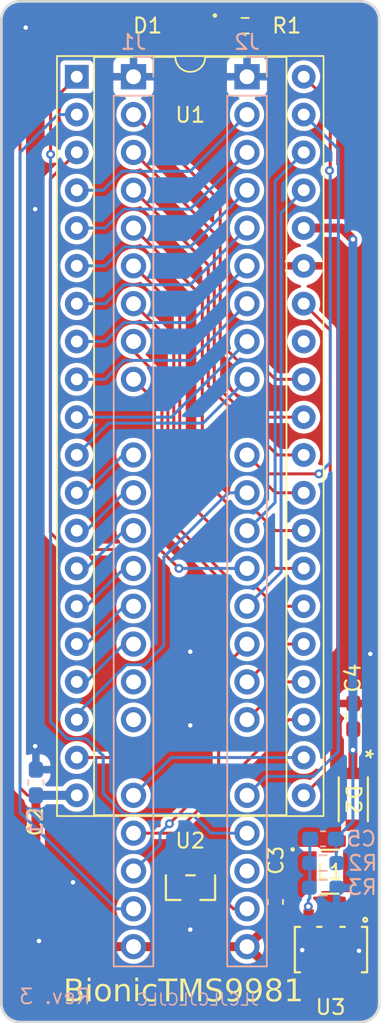
<source format=kicad_pcb>
(kicad_pcb (version 20240108) (generator "pcbnew") (generator_version "8.0")
  (title_block (title "BionicTMS9981") (date "2025-03-02") (rev "4") (company "Tadashi G. Takaoka"))
  (layers (0 "F.Cu" mixed) (31 "B.Cu" mixed) (34 "B.Paste" user) (35 "F.Paste" user) (36 "B.SilkS" user "B.Silkscreen") (37 "F.SilkS" user "F.Silkscreen") (38 "B.Mask" user) (39 "F.Mask" user) (44 "Edge.Cuts" user))
  (net 0 "")
  (net 1 "VCC")
  (net 2 "GND")
  (net 3 "/P53")
  (net 4 "/P26")
  (net 5 "/P27")
  (net 6 "/P47")
  (net 7 "/P46")
  (net 8 "/P25")
  (net 9 "/P24")
  (net 10 "/P23")
  (net 11 "/P22")
  (net 12 "/P21")
  (net 13 "/P20")
  (net 14 "/P34")
  (net 15 "/P35")
  (net 16 "/P17")
  (net 17 "/P16")
  (net 18 "/P15")
  (net 19 "/P40")
  (net 20 "/P14")
  (net 21 "/P13")
  (net 22 "/P42")
  (net 23 "/P12")
  (net 24 "/P11")
  (net 25 "/P10")
  (net 26 "/P33")
  (net 27 "/P32")
  (net 28 "/P31")
  (net 29 "/P30")
  (net 30 "/P51")
  (net 31 "/P55")
  (net 32 "/P43")
  (net 33 "/P50")
  (net 34 "/P52")
  (net 36 "Net-(D1-K)")
  (net 38 "/P44")
  (net 39 "/P41")
  (net 40 "/P54")
  (net 42 "/P45")
  (net 43 "Net-(J2-P57)")
  (net 45 "/dcdc+12v/+12V")
  (net 46 "Net-(U3-IN-)")
  (net 47 "Net-(D2-A)")
  (footprint "murata:IND_DFE322512F_MUR-M" (layer "F.Cu") (at 123.0726 128.4708)
    (property "Reference" "L1" (at 0 0 0) (layer "F.SilkS"))
    (property "Value" "10uH/3A")
    (fp_line (start -0.572151 1.4732) (end 0.572151 1.4732) (stroke (width 0.1524)) (layer "F.SilkS"))
    (fp_line (start 0.572151 -1.4732) (end -0.572151 -1.4732) (stroke (width 0.1524)) (layer "F.SilkS"))
    (fp_circle (center -2.5 -1.5) (end -2.4238 -1.5) (stroke (width 0.1524)) (fill none) (layer "F.SilkS"))
    (pad "1" smd rect (at -1.5748 0) (size 1.3716 2.7432) (layers "F.Cu" "F.Paste" "F.Mask") (net 1 "VCC"))
    (pad "2" smd rect (at 1.5748 0) (size 1.3716 2.7432) (layers "F.Cu" "F.Paste" "F.Mask") (net 47 "Net-(D2-A)"))
    (zone (net 0) (net_name "") (layer "F.Cu") (connect_pads (clearance 0)) (min_thickness 0.254)
      (keepout (tracks not_allowed) (vias not_allowed) (pads allowed) (copperpour not_allowed) (footprints allowed))
      (fill (thermal_gap 0.508) (thermal_bridge_width 0.508))
      (polygon (pts (xy 122.2344 127.1754) (xy 123.9108 127.1754) (xy 123.9108 129.7662) (xy 122.2344 129.7662)))
    )
  )
  (footprint "Resistor_SMD:R_0603_1608Metric_Pad0.98x0.95mm_HandSolder" (layer "F.Cu") (at 117.383 71.651)
    (property "Reference" "R1" (at 2.794 0 0) (layer "F.SilkS"))
    (property "Value" "1.6k")
    (fp_line (start -0.254724 -0.5225) (end 0.254724 -0.5225) (stroke (width 0.12)) (layer "F.SilkS"))
    (fp_line (start -0.254724 0.5225) (end 0.254724 0.5225) (stroke (width 0.12)) (layer "F.SilkS"))
    (pad "1" smd roundrect (at -0.9125 0) (size 0.975 0.95) (layers "F.Cu" "F.Paste" "F.Mask") (net 36 "Net-(D1-K)"))
    (pad "2" smd roundrect (at 0.9125 0) (size 0.975 0.95) (layers "F.Cu" "F.Paste" "F.Mask") (net 2 "GND"))
  )
  (footprint "rhom:LED_CSL1901UW1_ROM-M" (layer "F.Cu") (at 113.7 71.651 180)
    (property "Reference" "D1" (at 2.8702 0 0) (layer "F.SilkS"))
    (property "Value" "CSL1901UW1")
    (fp_circle (center -1.651 0.6858) (end -1.5748 0.6858) (stroke (width 0.1524)) (fill none) (layer "F.SilkS"))
    (pad "1" smd rect (at -0.8763 0 180) (size 0.9652 0.762) (layers "F.Cu" "F.Paste" "F.Mask") (net 36 "Net-(D1-K)"))
    (pad "2" smd rect (at 0.8763 0 180) (size 0.9652 0.762) (layers "F.Cu" "F.Paste" "F.Mask") (net 1 "VCC"))
    (zone (net 0) (net_name "") (layer "F.Cu") (connect_pads (clearance 0)) (min_thickness 0.254)
      (keepout (tracks not_allowed) (vias not_allowed) (pads allowed) (copperpour not_allowed) (footprints allowed))
      (fill (thermal_gap 0.508) (thermal_bridge_width 0.508))
      (polygon (pts (xy 114.0429 72.0066) (xy 113.3571 72.0066) (xy 113.3571 71.2954) (xy 114.0429 71.2954)))
    )
  )
  (footprint "nisshinbo:SOT-89-5_NMD-M" (layer "F.Cu") (at 123.1474 133.6982 180)
    (property "Reference" "U3" (at 0.0268 -3.8658 0) (layer "F.SilkS"))
    (property "Value" "NJW4132")
    (fp_line (start 2.4257 1.524) (end 2.4257 -1.524) (stroke (width 0.1524)) (layer "F.SilkS"))
    (fp_line (start 2.4257 -1.524) (end 2.07404 -1.524) (stroke (width 0.1524)) (layer "F.SilkS"))
    (fp_line (start 2.07404 1.524) (end 2.4257 1.524) (stroke (width 0.1524)) (layer "F.SilkS"))
    (fp_line (start 0.635665 1.524) (end 0.92596 1.524) (stroke (width 0.1524)) (layer "F.SilkS"))
    (fp_line (start -0.92596 1.524) (end -0.635665 1.524) (stroke (width 0.1524)) (layer "F.SilkS"))
    (fp_line (start -2.07404 -1.524) (end -2.4257 -1.524) (stroke (width 0.1524)) (layer "F.SilkS"))
    (fp_line (start -2.4257 1.524) (end -2.07404 1.524) (stroke (width 0.1524)) (layer "F.SilkS"))
    (fp_line (start -2.4257 -1.524) (end -2.4257 1.524) (stroke (width 0.1524)) (layer "F.SilkS"))
    (fp_circle (center -2.3 2) (end -2.173 2) (stroke (width 0.1524)) (fill none) (layer "F.SilkS"))
    (pad "1" smd rect (at -1.5 1.9 180) (size 0.7 1.6) (layers "F.Cu" "F.Paste" "F.Mask") (net 47 "Net-(D2-A)"))
    (pad "2" smd custom (at 0 -0.05 180) (size 1 5.5) (layers "F.Cu" "F.Paste" "F.Mask") (net 2 "GND") (options (clearance outline) (anchor rect)) (primitives (gr_poly (pts (xy -0.5 -1.05) (xy 0.5 -1.05) (xy 1 -0.35) (xy 1 0.45) (xy 0.5 1.15) (xy -0.5 1.15) (xy -1 0.45) (xy -1 -0.35)) (width 0) (fill yes))))
    (pad "3" smd rect (at 1.5 1.9 180) (size 0.7 1.6) (layers "F.Cu" "F.Paste" "F.Mask") (net 46 "Net-(U3-IN-)"))
    (pad "4" smd rect (at 1.5 -1.95 180) (size 0.7 1.7) (layers "F.Cu" "F.Paste" "F.Mask") (net 1 "VCC"))
    (pad "5" smd rect (at -1.5 -1.95 180) (size 0.7 1.7) (layers "F.Cu" "F.Paste" "F.Mask") (net 1 "VCC"))
  )
  (footprint "microchip:SOT-23_MC_MCH-M" (layer "F.Cu") (at 113.715199 129.5368 180)
    (property "Reference" "U2" (at 0.015199 3.1488 0) (layer "F.SilkS"))
    (property "Value" "11AA010-I/TT")
    (fp_line (start 1.652 0.827) (end 1.652 -0.827) (stroke (width 0.1524)) (layer "F.SilkS"))
    (fp_line (start 1.652 -0.827) (end 0.66294 -0.827) (stroke (width 0.1524)) (layer "F.SilkS"))
    (fp_line (start -0.287061 0.827) (end 0.287061 0.827) (stroke (width 0.1524)) (layer "F.SilkS"))
    (fp_line (start -0.66294 -0.827) (end -1.652 -0.827) (stroke (width 0.1524)) (layer "F.SilkS"))
    (fp_line (start -1.652 -0.827) (end -1.652 0.827) (stroke (width 0.1524)) (layer "F.SilkS"))
    (pad "1" smd rect (at -0.950001 1.066 180) (size 0.6604 1.6256) (layers "F.Cu" "F.Paste" "F.Mask") (net 43 "Net-(J2-P57)"))
    (pad "2" smd rect (at 0.950001 1.066 180) (size 0.6604 1.6256) (layers "F.Cu" "F.Paste" "F.Mask") (net 1 "VCC"))
    (pad "3" smd rect (at 0 -1.066 180) (size 0.6604 1.6256) (layers "F.Cu" "F.Paste" "F.Mask") (net 2 "GND"))
  )
  (footprint "bionic:DIP-40_W15.24mm_Socket" (layer "F.Cu") (at 106.08 75.08)
    (property "Reference" "U1" (at 7.62 2.5654 0) (layer "F.SilkS"))
    (property "Value" "TMS9981")
    (fp_line (start -1.33 -1.39) (end -1.33 49.65) (stroke (width 0.12)) (layer "F.SilkS"))
    (fp_line (start -1.33 49.65) (end 16.57 49.65) (stroke (width 0.12)) (layer "F.SilkS"))
    (fp_line (start 1.16 -1.33) (end 1.16 49.59) (stroke (width 0.12)) (layer "F.SilkS"))
    (fp_line (start 1.16 49.59) (end 14.08 49.59) (stroke (width 0.12)) (layer "F.SilkS"))
    (fp_line (start 6.62 -1.33) (end 1.16 -1.33) (stroke (width 0.12)) (layer "F.SilkS"))
    (fp_line (start 14.08 -1.33) (end 8.62 -1.33) (stroke (width 0.12)) (layer "F.SilkS"))
    (fp_line (start 14.08 49.59) (end 14.08 -1.33) (stroke (width 0.12)) (layer "F.SilkS"))
    (fp_line (start 16.57 -1.39) (end -1.33 -1.39) (stroke (width 0.12)) (layer "F.SilkS"))
    (fp_line (start 16.57 49.65) (end 16.57 -1.39) (stroke (width 0.12)) (layer "F.SilkS"))
    (fp_arc (start 8.62 -1.33) (mid 7.62 -0.33) (end 6.62 -1.33) (stroke (width 0.12)) (layer "F.SilkS"))
    (pad "1" thru_hole rect (at 0 0) (size 1.6 1.6) (drill 0.8) (layers "*.Cu" "*.Mask") (net 31 "/P55"))
    (pad "2" thru_hole oval (at 0 2.54) (size 1.6 1.6) (drill 0.8) (layers "*.Cu" "*.Mask") (net 3 "/P53"))
    (pad "3" thru_hole oval (at 0 5.08) (size 1.6 1.6) (drill 0.8) (layers "*.Cu" "*.Mask") (net 32 "/P43"))
    (pad "4" thru_hole oval (at 0 7.62) (size 1.6 1.6) (drill 0.8) (layers "*.Cu" "*.Mask") (net 13 "/P20"))
    (pad "5" thru_hole oval (at 0 10.16) (size 1.6 1.6) (drill 0.8) (layers "*.Cu" "*.Mask") (net 12 "/P21"))
    (pad "6" thru_hole oval (at 0 12.7) (size 1.6 1.6) (drill 0.8) (layers "*.Cu" "*.Mask") (net 11 "/P22"))
    (pad "7" thru_hole oval (at 0 15.24) (size 1.6 1.6) (drill 0.8) (layers "*.Cu" "*.Mask") (net 10 "/P23"))
    (pad "8" thru_hole oval (at 0 17.78) (size 1.6 1.6) (drill 0.8) (layers "*.Cu" "*.Mask") (net 9 "/P24"))
    (pad "9" thru_hole oval (at 0 20.32) (size 1.6 1.6) (drill 0.8) (layers "*.Cu" "*.Mask") (net 8 "/P25"))
    (pad "10" thru_hole oval (at 0 22.86) (size 1.6 1.6) (drill 0.8) (layers "*.Cu" "*.Mask") (net 4 "/P26"))
    (pad "11" thru_hole oval (at 0 25.4) (size 1.6 1.6) (drill 0.8) (layers "*.Cu" "*.Mask") (net 5 "/P27"))
    (pad "12" thru_hole oval (at 0 27.94) (size 1.6 1.6) (drill 0.8) (layers "*.Cu" "*.Mask") (net 29 "/P30"))
    (pad "13" thru_hole oval (at 0 30.48) (size 1.6 1.6) (drill 0.8) (layers "*.Cu" "*.Mask") (net 28 "/P31"))
    (pad "14" thru_hole oval (at 0 33.02) (size 1.6 1.6) (drill 0.8) (layers "*.Cu" "*.Mask") (net 27 "/P32"))
    (pad "15" thru_hole oval (at 0 35.56) (size 1.6 1.6) (drill 0.8) (layers "*.Cu" "*.Mask") (net 26 "/P33"))
    (pad "16" thru_hole oval (at 0 38.1) (size 1.6 1.6) (drill 0.8) (layers "*.Cu" "*.Mask") (net 14 "/P34"))
    (pad "17" thru_hole oval (at 0 40.64) (size 1.6 1.6) (drill 0.8) (layers "*.Cu" "*.Mask") (net 15 "/P35"))
    (pad "18" thru_hole oval (at 0 43.18) (size 1.6 1.6) (drill 0.8) (layers "*.Cu" "*.Mask") (net 39 "/P41"))
    (pad "19" thru_hole oval (at 0 45.72) (size 1.6 1.6) (drill 0.8) (layers "*.Cu" "*.Mask") (net 42 "/P45"))
    (pad "20" thru_hole oval (at 0 48.26) (size 1.6 1.6) (drill 0.8) (layers "*.Cu" "*.Mask") (net 1 "VCC"))
    (pad "21" thru_hole oval (at 15.24 48.26) (size 1.6 1.6) (drill 0.8) (layers "*.Cu" "*.Mask") (net 6 "/P47"))
    (pad "22" thru_hole oval (at 15.24 45.72) (size 1.6 1.6) (drill 0.8) (layers "*.Cu" "*.Mask") (net 33 "/P50"))
    (pad "23" thru_hole oval (at 15.24 43.18) (size 1.6 1.6) (drill 0.8) (layers "*.Cu" "*.Mask") (net 30 "/P51"))
    (pad "24" thru_hole oval (at 15.24 40.64) (size 1.6 1.6) (drill 0.8) (layers "*.Cu" "*.Mask") (net 34 "/P52"))
    (pad "25" thru_hole oval (at 15.24 38.1) (size 1.6 1.6) (drill 0.8) (layers "*.Cu" "*.Mask") (net 16 "/P17"))
    (pad "26" thru_hole oval (at 15.24 35.56) (size 1.6 1.6) (drill 0.8) (layers "*.Cu" "*.Mask") (net 17 "/P16"))
    (pad "27" thru_hole oval (at 15.24 33.02) (size 1.6 1.6) (drill 0.8) (layers "*.Cu" "*.Mask") (net 18 "/P15"))
    (pad "28" thru_hole oval (at 15.24 30.48) (size 1.6 1.6) (drill 0.8) (layers "*.Cu" "*.Mask") (net 20 "/P14"))
    (pad "29" thru_hole oval (at 15.24 27.94) (size 1.6 1.6) (drill 0.8) (layers "*.Cu" "*.Mask") (net 21 "/P13"))
    (pad "30" thru_hole oval (at 15.24 25.4) (size 1.6 1.6) (drill 0.8) (layers "*.Cu" "*.Mask") (net 23 "/P12"))
    (pad "31" thru_hole oval (at 15.24 22.86) (size 1.6 1.6) (drill 0.8) (layers "*.Cu" "*.Mask") (net 24 "/P11"))
    (pad "32" thru_hole oval (at 15.24 20.32) (size 1.6 1.6) (drill 0.8) (layers "*.Cu" "*.Mask") (net 25 "/P10"))
    (pad "33" thru_hole oval (at 15.24 17.78) (size 1.6 1.6) (drill 0.8) (layers "*.Cu" "*.Mask"))
    (pad "34" thru_hole oval (at 15.24 15.24) (size 1.6 1.6) (drill 0.8) (layers "*.Cu" "*.Mask") (net 7 "/P46"))
    (pad "35" thru_hole oval (at 15.24 12.7) (size 1.6 1.6) (drill 0.8) (layers "*.Cu" "*.Mask") (net 2 "GND"))
    (pad "36" thru_hole oval (at 15.24 10.16) (size 1.6 1.6) (drill 0.8) (layers "*.Cu" "*.Mask") (net 45 "/dcdc+12v/+12V"))
    (pad "37" thru_hole oval (at 15.24 7.62) (size 1.6 1.6) (drill 0.8) (layers "*.Cu" "*.Mask") (net 38 "/P44"))
    (pad "38" thru_hole oval (at 15.24 5.08) (size 1.6 1.6) (drill 0.8) (layers "*.Cu" "*.Mask") (net 22 "/P42"))
    (pad "39" thru_hole oval (at 15.24 2.54) (size 1.6 1.6) (drill 0.8) (layers "*.Cu" "*.Mask") (net 40 "/P54"))
    (pad "40" thru_hole oval (at 15.24 0) (size 1.6 1.6) (drill 0.8) (layers "*.Cu" "*.Mask") (net 19 "/P40"))
  )
  (footprint "Capacitor_SMD:C_0603_1608Metric_Pad1.08x0.95mm_HandSolder" (layer "F.Cu") (at 119.415 130.5017 90)
    (property "Reference" "C3" (at 2.7929 0.0254 90) (layer "F.SilkS"))
    (property "Value" "10uF/50V")
    (fp_line (start -0.146267 -0.51) (end 0.146267 -0.51) (stroke (width 0.12)) (layer "F.SilkS"))
    (fp_line (start -0.146267 0.51) (end 0.146267 0.51) (stroke (width 0.12)) (layer "F.SilkS"))
    (pad "1" smd roundrect (at -0.8625 0 90) (size 1.075 0.95) (layers "F.Cu" "F.Paste" "F.Mask") (net 1 "VCC"))
    (pad "2" smd roundrect (at 0.8625 0 90) (size 1.075 0.95) (layers "F.Cu" "F.Paste" "F.Mask") (net 2 "GND"))
  )
  (footprint "Capacitor_SMD:C_0603_1608Metric_Pad1.08x0.95mm_HandSolder" (layer "F.Cu") (at 103.3368 122.4764 90)
    (property "Reference" "C2" (at -2.6416 -0.0508 90) (layer "F.SilkS"))
    (property "Value" "0.1u")
    (fp_line (start -0.146267 -0.51) (end 0.146267 -0.51) (stroke (width 0.12)) (layer "F.SilkS"))
    (fp_line (start -0.146267 0.51) (end 0.146267 0.51) (stroke (width 0.12)) (layer "F.SilkS"))
    (pad "1" smd roundrect (at -0.8625 0 90) (size 1.075 0.95) (layers "F.Cu" "F.Paste" "F.Mask") (net 1 "VCC"))
    (pad "2" smd roundrect (at 0.8625 0 90) (size 1.075 0.95) (layers "F.Cu" "F.Paste" "F.Mask") (net 2 "GND"))
  )
  (footprint "murata:CR_60M-60_ROM-M" (layer "F.Cu") (at 124.6474 123.6067 -90)
    (property "Reference" "D2" (at 0 0 -90) (layer "F.SilkS"))
    (property "Value" "30V/1A")
    (fp_line (start -1.4732 0.9779) (end 1.4732 0.9779) (stroke (width 0.1524)) (layer "F.SilkS"))
    (fp_line (start 1.4732 -0.9779) (end -1.4732 -0.9779) (stroke (width 0.1524)) (layer "F.SilkS"))
    (fp_text user "*" (at -3.048 -0.762 -90) (layer "F.SilkS"))
    (pad "1" smd rect (at -1.7399 0 270) (size 0.762 1.0414) (layers "F.Cu" "F.Paste" "F.Mask") (net 45 "/dcdc+12v/+12V"))
    (pad "2" smd rect (at 1.7399 0 270) (size 0.762 1.0414) (layers "F.Cu" "F.Paste" "F.Mask") (net 47 "Net-(D2-A)"))
    (zone (net 0) (net_name "") (layer "F.Cu") (connect_pads (clearance 0)) (min_thickness 0.254)
      (keepout (tracks not_allowed) (vias not_allowed) (pads allowed) (copperpour not_allowed) (footprints allowed))
      (fill (thermal_gap 0.508) (thermal_bridge_width 0.508))
      (polygon (pts (xy 125.4475 122.2986) (xy 125.4475 124.9148) (xy 123.8473 124.9148) (xy 123.8473 122.2986)))
    )
  )
  (footprint "Capacitor_SMD:C_0603_1608Metric_Pad1.08x0.95mm_HandSolder" (layer "F.Cu") (at 124.6474 118.0325 90)
    (property "Reference" "C4" (at 2.5665 -0.0254 90) (layer "F.SilkS"))
    (property "Value" "22uF/16V")
    (fp_line (start -0.146267 -0.51) (end 0.146267 -0.51) (stroke (width 0.12)) (layer "F.SilkS"))
    (fp_line (start -0.146267 0.51) (end 0.146267 0.51) (stroke (width 0.12)) (layer "F.SilkS"))
    (pad "1" smd roundrect (at -0.8625 0 90) (size 1.075 0.95) (layers "F.Cu" "F.Paste" "F.Mask") (net 45 "/dcdc+12v/+12V"))
    (pad "2" smd roundrect (at 0.8625 0 90) (size 1.075 0.95) (layers "F.Cu" "F.Paste" "F.Mask") (net 2 "GND"))
  )
  (footprint "bionic:Bionic-P135_THT" (layer "B.Cu") (at 109.89 75.08 180)
    (property "Reference" "J1" (at 0 2.33 0) (layer "B.SilkS") (effects (justify mirror)))
    (property "Value" "Bionic-P135")
    (fp_line (start 1.33 -1.27) (end -1.33 -1.27) (stroke (width 0.12)) (layer "B.SilkS"))
    (fp_line (start 1.33 -59.75) (end 1.33 -1.27) (stroke (width 0.12)) (layer "B.SilkS"))
    (fp_line (start 1.33 -59.75) (end -1.33 -59.75) (stroke (width 0.12)) (layer "B.SilkS"))
    (fp_line (start 0 1.33) (end -1.33 1.33) (stroke (width 0.12)) (layer "B.SilkS"))
    (fp_line (start -1.33 1.33) (end -1.33 0) (stroke (width 0.12)) (layer "B.SilkS"))
    (fp_line (start -1.33 -59.75) (end -1.33 -1.27) (stroke (width 0.12)) (layer "B.SilkS"))
    (pad "1" thru_hole rect (at 0 0 180) (size 1.7 1.7) (drill 1) (layers "*.Cu" "*.Mask") (net 2 "GND"))
    (pad "2" thru_hole oval (at 0 -2.54 180) (size 1.7 1.7) (drill 1) (layers "*.Cu" "*.Mask") (net 25 "/P10"))
    (pad "3" thru_hole oval (at 0 -5.08 180) (size 1.7 1.7) (drill 1) (layers "*.Cu" "*.Mask") (net 24 "/P11"))
    (pad "4" thru_hole oval (at 0 -7.62 180) (size 1.7 1.7) (drill 1) (layers "*.Cu" "*.Mask") (net 23 "/P12"))
    (pad "5" thru_hole oval (at 0 -10.16 180) (size 1.7 1.7) (drill 1) (layers "*.Cu" "*.Mask") (net 21 "/P13"))
    (pad "6" thru_hole oval (at 0 -12.7 180) (size 1.7 1.7) (drill 1) (layers "*.Cu" "*.Mask") (net 20 "/P14"))
    (pad "7" thru_hole oval (at 0 -15.24 180) (size 1.7 1.7) (drill 1) (layers "*.Cu" "*.Mask") (net 18 "/P15"))
    (pad "8" thru_hole oval (at 0 -17.78 180) (size 1.7 1.7) (drill 1) (layers "*.Cu" "*.Mask") (net 17 "/P16"))
    (pad "9" thru_hole oval (at 0 -20.32 180) (size 1.7 1.7) (drill 1) (layers "*.Cu" "*.Mask") (net 16 "/P17"))
    (pad "11" thru_hole oval (at 0 -25.4 180) (size 1.7 1.7) (drill 1) (layers "*.Cu" "*.Mask") (net 29 "/P30"))
    (pad "12" thru_hole oval (at 0 -27.94 180) (size 1.7 1.7) (drill 1) (layers "*.Cu" "*.Mask") (net 28 "/P31"))
    (pad "13" thru_hole oval (at 0 -30.48 180) (size 1.7 1.7) (drill 1) (layers "*.Cu" "*.Mask") (net 27 "/P32"))
    (pad "14" thru_hole oval (at 0 -33.02 180) (size 1.7 1.7) (drill 1) (layers "*.Cu" "*.Mask") (net 26 "/P33"))
    (pad "15" thru_hole oval (at 0 -35.56 180) (size 1.7 1.7) (drill 1) (layers "*.Cu" "*.Mask") (net 14 "/P34"))
    (pad "16" thru_hole oval (at 0 -38.1 180) (size 1.7 1.7) (drill 1) (layers "*.Cu" "*.Mask") (net 15 "/P35"))
    (pad "17" thru_hole oval (at 0 -40.64 180) (size 1.7 1.7) (drill 1) (layers "*.Cu" "*.Mask"))
    (pad "18" thru_hole oval (at 0 -43.18 180) (size 1.7 1.7) (drill 1) (layers "*.Cu" "*.Mask"))
    (pad "20" thru_hole oval (at 0 -48.26 180) (size 1.7 1.7) (drill 1) (layers "*.Cu" "*.Mask") (net 33 "/P50"))
    (pad "21" thru_hole oval (at 0 -50.8 180) (size 1.7 1.7) (drill 1) (layers "*.Cu" "*.Mask") (net 30 "/P51"))
    (pad "22" thru_hole oval (at 0 -53.34 180) (size 1.7 1.7) (drill 1) (layers "*.Cu" "*.Mask") (net 34 "/P52"))
    (pad "23" thru_hole oval (at 0 -55.88 180) (size 1.7 1.7) (drill 1) (layers "*.Cu" "*.Mask") (net 3 "/P53"))
    (pad "24" thru_hole oval (at 0 -58.42 180) (size 1.7 1.7) (drill 1) (layers "*.Cu" "*.Mask") (net 1 "VCC"))
  )
  (footprint "Resistor_SMD:R_0603_1608Metric_Pad0.98x0.95mm_HandSolder" (layer "B.Cu") (at 122.6154 129.5376)
    (property "Reference" "R3" (at 2.6416 -0.0254 0) (layer "B.SilkS") (effects (justify mirror)))
    (property "Value" "20k")
    (fp_line (start 0.254724 -0.5225) (end -0.254724 -0.5225) (stroke (width 0.12)) (layer "B.SilkS"))
    (fp_line (start 0.254724 0.5225) (end -0.254724 0.5225) (stroke (width 0.12)) (layer "B.SilkS"))
    (pad "1" smd roundrect (at -0.9125 0) (size 0.975 0.95) (layers "B.Cu" "B.Paste" "B.Mask") (net 46 "Net-(U3-IN-)"))
    (pad "2" smd roundrect (at 0.9125 0) (size 0.975 0.95) (layers "B.Cu" "B.Paste" "B.Mask") (net 2 "GND"))
  )
  (footprint "Capacitor_SMD:C_0603_1608Metric_Pad1.08x0.95mm_HandSolder" (layer "B.Cu") (at 122.6154 126.261 180)
    (property "Reference" "C5" (at -2.5908 0 0) (layer "B.SilkS") (effects (justify mirror)))
    (property "Value" "15pF")
    (fp_line (start 0.146267 0.51) (end -0.146267 0.51) (stroke (width 0.12)) (layer "B.SilkS"))
    (fp_line (start 0.146267 -0.51) (end -0.146267 -0.51) (stroke (width 0.12)) (layer "B.SilkS"))
    (pad "1" smd roundrect (at -0.8625 0 180) (size 1.075 0.95) (layers "B.Cu" "B.Paste" "B.Mask") (net 45 "/dcdc+12v/+12V"))
    (pad "2" smd roundrect (at 0.8625 0 180) (size 1.075 0.95) (layers "B.Cu" "B.Paste" "B.Mask") (net 46 "Net-(U3-IN-)"))
  )
  (footprint "bionic:Bionic-P245_THT" (layer "B.Cu") (at 117.51 75.08 180)
    (property "Reference" "J2" (at 0 2.33 0) (layer "B.SilkS") (effects (justify mirror)))
    (property "Value" "Bionic-P245")
    (fp_line (start 1.33 -1.27) (end -1.33 -1.27) (stroke (width 0.12)) (layer "B.SilkS"))
    (fp_line (start 1.33 -59.75) (end 1.33 -1.27) (stroke (width 0.12)) (layer "B.SilkS"))
    (fp_line (start 1.33 -59.75) (end -1.33 -59.75) (stroke (width 0.12)) (layer "B.SilkS"))
    (fp_line (start 0 1.33) (end -1.33 1.33) (stroke (width 0.12)) (layer "B.SilkS"))
    (fp_line (start -1.33 1.33) (end -1.33 0) (stroke (width 0.12)) (layer "B.SilkS"))
    (fp_line (start -1.33 -59.75) (end -1.33 -1.27) (stroke (width 0.12)) (layer "B.SilkS"))
    (pad "25" thru_hole oval (at 0 -58.42 180) (size 1.7 1.7) (drill 1) (layers "*.Cu" "*.Mask") (net 1 "VCC"))
    (pad "26" thru_hole oval (at 0 -55.88 180) (size 1.7 1.7) (drill 1) (layers "*.Cu" "*.Mask") (net 43 "Net-(J2-P57)"))
    (pad "27" thru_hole oval (at 0 -53.34 180) (size 1.7 1.7) (drill 1) (layers "*.Cu" "*.Mask"))
    (pad "28" thru_hole oval (at 0 -50.8 180) (size 1.7 1.7) (drill 1) (layers "*.Cu" "*.Mask") (net 31 "/P55"))
    (pad "29" thru_hole oval (at 0 -48.26 180) (size 1.7 1.7) (drill 1) (layers "*.Cu" "*.Mask") (net 40 "/P54"))
    (pad "31" thru_hole oval (at 0 -43.18 180) (size 1.7 1.7) (drill 1) (layers "*.Cu" "*.Mask") (net 6 "/P47"))
    (pad "32" thru_hole oval (at 0 -40.64 180) (size 1.7 1.7) (drill 1) (layers "*.Cu" "*.Mask") (net 7 "/P46"))
    (pad "33" thru_hole oval (at 0 -38.1 180) (size 1.7 1.7) (drill 1) (layers "*.Cu" "*.Mask") (net 42 "/P45"))
    (pad "34" thru_hole oval (at 0 -35.56 180) (size 1.7 1.7) (drill 1) (layers "*.Cu" "*.Mask") (net 38 "/P44"))
    (pad "35" thru_hole oval (at 0 -33.02 180) (size 1.7 1.7) (drill 1) (layers "*.Cu" "*.Mask") (net 32 "/P43"))
    (pad "36" thru_hole oval (at 0 -30.48 180) (size 1.7 1.7) (drill 1) (layers "*.Cu" "*.Mask") (net 22 "/P42"))
    (pad "37" thru_hole oval (at 0 -27.94 180) (size 1.7 1.7) (drill 1) (layers "*.Cu" "*.Mask") (net 39 "/P41"))
    (pad "38" thru_hole oval (at 0 -25.4 180) (size 1.7 1.7) (drill 1) (layers "*.Cu" "*.Mask") (net 19 "/P40"))
    (pad "40" thru_hole oval (at 0 -20.32 180) (size 1.7 1.7) (drill 1) (layers "*.Cu" "*.Mask") (net 5 "/P27"))
    (pad "41" thru_hole oval (at 0 -17.78 180) (size 1.7 1.7) (drill 1) (layers "*.Cu" "*.Mask") (net 4 "/P26"))
    (pad "42" thru_hole oval (at 0 -15.24 180) (size 1.7 1.7) (drill 1) (layers "*.Cu" "*.Mask") (net 8 "/P25"))
    (pad "43" thru_hole oval (at 0 -12.7 180) (size 1.7 1.7) (drill 1) (layers "*.Cu" "*.Mask") (net 9 "/P24"))
    (pad "44" thru_hole oval (at 0 -10.16 180) (size 1.7 1.7) (drill 1) (layers "*.Cu" "*.Mask") (net 10 "/P23"))
    (pad "45" thru_hole oval (at 0 -7.62 180) (size 1.7 1.7) (drill 1) (layers "*.Cu" "*.Mask") (net 11 "/P22"))
    (pad "46" thru_hole oval (at 0 -5.08 180) (size 1.7 1.7) (drill 1) (layers "*.Cu" "*.Mask") (net 12 "/P21"))
    (pad "47" thru_hole oval (at 0 -2.54 180) (size 1.7 1.7) (drill 1) (layers "*.Cu" "*.Mask") (net 13 "/P20"))
    (pad "48" thru_hole rect (at 0 0 180) (size 1.7 1.7) (drill 1) (layers "*.Cu" "*.Mask") (net 2 "GND"))
  )
  (footprint "Capacitor_SMD:C_0603_1608Metric_Pad1.08x0.95mm_HandSolder" (layer "B.Cu") (at 103.3368 122.4764 90)
    (property "Reference" "C1" (at -2.6416 -0.0508 90) (layer "B.SilkS") (effects (justify mirror)))
    (property "Value" "22U")
    (fp_line (start 0.146267 -0.51) (end -0.146267 -0.51) (stroke (width 0.12)) (layer "B.SilkS"))
    (fp_line (start 0.146267 0.51) (end -0.146267 0.51) (stroke (width 0.12)) (layer "B.SilkS"))
    (pad "1" smd roundrect (at -0.8625 0 90) (size 1.075 0.95) (layers "B.Cu" "B.Paste" "B.Mask") (net 1 "VCC"))
    (pad "2" smd roundrect (at 0.8625 0 90) (size 1.075 0.95) (layers "B.Cu" "B.Paste" "B.Mask") (net 2 "GND"))
  )
  (footprint "Resistor_SMD:R_0603_1608Metric_Pad0.98x0.95mm_HandSolder" (layer "B.Cu") (at 122.6154 127.8866 180)
    (property "Reference" "R2" (at -2.667 0 0) (layer "B.SilkS") (effects (justify mirror)))
    (property "Value" "220k")
    (fp_line (start 0.254724 0.5225) (end -0.254724 0.5225) (stroke (width 0.12)) (layer "B.SilkS"))
    (fp_line (start 0.254724 -0.5225) (end -0.254724 -0.5225) (stroke (width 0.12)) (layer "B.SilkS"))
    (pad "1" smd roundrect (at -0.9125 0 180) (size 0.975 0.95) (layers "B.Cu" "B.Paste" "B.Mask") (net 45 "/dcdc+12v/+12V"))
    (pad "2" smd roundrect (at 0.9125 0 180) (size 0.975 0.95) (layers "B.Cu" "B.Paste" "B.Mask") (net 46 "Net-(U3-IN-)"))
  )
  (gr_arc (start 125.13 70) (mid 126.028026 70.371974) (end 126.4 71.27) (stroke (width 0.15)) (layer "Edge.Cuts"))
  (gr_arc (start 102.27 138.58) (mid 101.371974 138.208026) (end 101 137.31) (stroke (width 0.15)) (layer "Edge.Cuts"))
  (gr_line (start 126.4 71.27) (end 126.4 137.31) (stroke (width 0.15)) (layer "Edge.Cuts"))
  (gr_arc (start 126.4 137.31) (mid 126.028026 138.208026) (end 125.13 138.58) (stroke (width 0.15)) (layer "Edge.Cuts"))
  (gr_line (start 102.27 138.58) (end 125.13 138.58) (stroke (width 0.15)) (layer "Edge.Cuts"))
  (gr_line (start 102.27 70) (end 125.13 70) (stroke (width 0.15)) (layer "Edge.Cuts"))
  (gr_arc (start 101 71.27) (mid 101.371974 70.371974) (end 102.27 70) (stroke (width 0.15)) (layer "Edge.Cuts"))
  (gr_line (start 101 71.27) (end 101 137.31) (stroke (width 0.15)) (layer "Edge.Cuts"))
  (gr_text "Rev. 3" (at 107.096 137.437 0) (layer "B.SilkS") (effects (font (size 1 1)) (justify left bottom mirror)))
  (gr_text "JLCJLCJLCJLC" (at 114.208 137.056 0) (layer "B.SilkS") (effects (font (size 0.8 0.8)) (justify mirror)))
  (gr_text "BionicTMS9981" (at 113.2428 136.548 0) (layer "F.SilkS") (effects (font (size 1.5 1.5))))
  (segment (start 121.4724 129.5376) (end 121.4724 128.4708) (width 0.6) (layer "F.Cu") (net 1))
  (segment (start 103.3368 128.2168) (end 103.3368 123.3389) (width 0.6) (layer "F.Cu") (net 1))
  (segment (start 102.7769 123.3389) (end 103.3368 123.3389) (width 0.2) (layer "F.Cu") (net 1))
  (segment (start 112.765198 128.4708) (end 112.765198 133.469602) (width 0.2) (layer "F.Cu") (net 1))
  (segment (start 102.27 74.318) (end 102.27 122.832) (width 0.2) (layer "F.Cu") (net 1))
  (segment (start 117.5608 133.5) (end 117.51 133.5) (width 0.6) (layer "F.Cu") (net 1))
  (segment (start 112.765198 133.469602) (end 112.7348 133.5) (width 0.2) (layer "F.Cu") (net 1))
  (segment (start 106.0789 123.3389) (end 106.08 123.34) (width 0.6) (layer "F.Cu") (net 1))
  (segment (start 124.21018 137.4624) (end 124.6474 137.02518) (width 0.6) (layer "F.Cu") (net 1))
  (segment (start 102.27 122.832) (end 102.7769 123.3389) (width 0.2) (layer "F.Cu") (net 1))
  (segment (start 112.7348 133.5) (end 109.89 133.5) (width 0.6) (layer "F.Cu") (net 1))
  (segment (start 103.3367 123.339) (end 103.3368 123.3389) (width 0.6) (layer "F.Cu") (net 1))
  (segment (start 109.89 133.5) (end 108.62 133.5) (width 0.6) (layer "F.Cu") (net 1))
  (segment (start 117.51 133.5) (end 121.4724 129.5376) (width 0.6) (layer "F.Cu") (net 1))
  (segment (start 121.5232 137.4624) (end 121.6474 137.3382) (width 0.2) (layer "F.Cu") (net 1))
  (segment (start 121.6474 137.3382) (end 121.6474 135.6482) (width 0.2) (layer "F.Cu") (net 1))
  (segment (start 112.8237 71.651) (end 104.937 71.651) (width 0.2) (layer "F.Cu") (net 1))
  (segment (start 121.5232 137.4624) (end 124.21018 137.4624) (width 0.6) (layer "F.Cu") (net 1))
  (segment (start 124.6474 137.02518) (end 124.6474 135.6482) (width 0.6) (layer "F.Cu") (net 1))
  (segment (start 108.62 133.5) (end 103.3368 128.2168) (width 0.6) (layer "F.Cu") (net 1))
  (segment (start 117.51 133.5) (end 112.7348 133.5) (width 0.6) (layer "F.Cu") (net 1))
  (segment (start 103.3368 123.3389) (end 106.0789 123.3389) (width 0.6) (layer "F.Cu") (net 1))
  (segment (start 104.937 71.651) (end 102.27 74.318) (width 0.2) (layer "F.Cu") (net 1))
  (segment (start 121.5232 137.4624) (end 117.5608 133.5) (width 0.6) (layer "F.Cu") (net 1))
  (segment (start 103.3379 123.34) (end 103.3368 123.3389) (width 0.6) (layer "B.Cu") (net 1))
  (segment (start 103.3374 123.3395) (end 103.3368 123.3389) (width 0.6) (layer "B.Cu") (net 1))
  (segment (start 103.3375 123.3395) (end 103.3374 123.3395) (width 0.6) (layer "B.Cu") (net 1))
  (segment (start 106.08 123.34) (end 103.3379 123.34) (width 0.6) (layer "B.Cu") (net 1))
  (segment (start 122.717 87.78) (end 121.32 87.78) (width 0.4) (layer "F.Cu") (net 2))
  (segment (start 121.32 87.78) (end 119.923 87.78) (width 0.4) (layer "F.Cu") (net 2))
  (via (at 121.2184 133.7286) (size 0.6) (drill 0.3) (layers "F.Cu" "B.Cu") (net 2))
  (via (at 102.651 71.778) (size 0.6) (drill 0.3) (layers "F.Cu" "B.Cu") (net 2))
  (via (at 103.54 133.119) (size 0.6) (drill 0.3) (layers "F.Cu" "B.Cu") (net 2))
  (via (at 113.7 118.641) (size 0.6) (drill 0.3) (layers "F.Cu" "B.Cu") (net 2))
  (via (at 113.7 132.357) (size 0.6) (drill 0.3) (layers "F.Cu" "B.Cu") (net 2))
  (via (at 103.286 120.038) (size 0.6) (drill 0.3) (layers "F.Cu" "B.Cu") (net 2))
  (via (at 105.826 129.182) (size 0.6) (drill 0.3) (layers "F.Cu" "B.Cu") (net 2))
  (via (at 113.7 113.688) (size 0.6) (drill 0.3) (layers "F.Cu" "B.Cu") (net 2))
  (via (at 103.286 83.97) (size 0.6) (drill 0.3) (layers "F.Cu" "B.Cu") (net 2))
  (via (at 125.7904 113.8404) (size 0.6) (drill 0.3) (layers "F.Cu" "B.Cu") (net 2))
  (via (at 125.0284 133.7794) (size 0.6) (drill 0.3) (layers "F.Cu" "B.Cu") (net 2))
  (segment (start 102.27 124.483) (end 108.747 130.96) (width 0.2) (layer "B.Cu") (net 3))
  (segment (start 104.81 77.62) (end 102.27 80.16) (width 0.2) (layer "B.Cu") (net 3))
  (segment (start 106.08 77.62) (end 104.81 77.62) (width 0.2) (layer "B.Cu") (net 3))
  (segment (start 108.747 130.96) (end 109.89 130.96) (width 0.2) (layer "B.Cu") (net 3))
  (segment (start 102.27 80.16) (end 102.27 124.483) (width 0.2) (layer "B.Cu") (net 3))
  (segment (start 117.51 92.86) (end 112.43 97.94) (width 0.2) (layer "B.Cu") (net 4))
  (segment (start 112.43 97.94) (end 106.08 97.94) (width 0.2) (layer "B.Cu") (net 4))
  (segment (start 114.57 98.34) (end 108.22 98.34) (width 0.2) (layer "B.Cu") (net 5))
  (segment (start 108.22 98.34) (end 106.08 100.48) (width 0.2) (layer "B.Cu") (net 5))
  (segment (start 117.51 95.4) (end 114.57 98.34) (width 0.2) (layer "B.Cu") (net 5))
  (segment (start 122.6916 117.7266) (end 122.6916 121.9684) (width 0.2) (layer "F.Cu") (net 6))
  (segment (start 118.78 116.99) (end 121.955 116.99) (width 0.2) (layer "F.Cu") (net 6))
  (segment (start 121.955 116.99) (end 122.6916 117.7266) (width 0.2) (layer "F.Cu") (net 6))
  (segment (start 122.6916 121.9684) (end 121.32 123.34) (width 0.2) (layer "F.Cu") (net 6))
  (segment (start 117.51 118.26) (end 118.78 116.99) (width 0.2) (layer "F.Cu") (net 6))
  (segment (start 118.78 114.45) (end 117.51 115.72) (width 0.2) (layer "F.Cu") (net 7))
  (segment (start 121.32 90.32) (end 123.098 92.098) (width 0.2) (layer "F.Cu") (net 7))
  (segment (start 123.098 92.098) (end 123.098 113.307) (width 0.2) (layer "F.Cu") (net 7))
  (segment (start 121.955 114.45) (end 118.78 114.45) (width 0.2) (layer "F.Cu") (net 7))
  (segment (start 123.098 113.307) (end 121.955 114.45) (width 0.2) (layer "F.Cu") (net 7))
  (segment (start 107.985 95.4) (end 106.08 95.4) (width 0.2) (layer "B.Cu") (net 8))
  (segment (start 117.51 90.32) (end 113.7 94.13) (width 0.2) (layer "B.Cu") (net 8))
  (segment (start 113.7 94.13) (end 109.255 94.13) (width 0.2) (layer "B.Cu") (net 8))
  (segment (start 109.255 94.13) (end 107.985 95.4) (width 0.2) (layer "B.Cu") (net 8))
  (segment (start 113.7 91.59) (end 109.255 91.59) (width 0.2) (layer "B.Cu") (net 9))
  (segment (start 107.985 92.86) (end 106.08 92.86) (width 0.2) (layer "B.Cu") (net 9))
  (segment (start 117.51 87.78) (end 113.7 91.59) (width 0.2) (layer "B.Cu") (net 9))
  (segment (start 109.255 91.59) (end 107.985 92.86) (width 0.2) (layer "B.Cu") (net 9))
  (segment (start 107.985 90.32) (end 109.255 89.05) (width 0.2) (layer "B.Cu") (net 10))
  (segment (start 113.7 89.05) (end 117.51 85.24) (width 0.2) (layer "B.Cu") (net 10))
  (segment (start 109.255 89.05) (end 113.7 89.05) (width 0.2) (layer "B.Cu") (net 10))
  (segment (start 106.08 90.32) (end 107.985 90.32) (width 0.2) (layer "B.Cu") (net 10))
  (segment (start 107.985 87.78) (end 106.08 87.78) (width 0.2) (layer "B.Cu") (net 11))
  (segment (start 117.51 82.7) (end 113.7 86.51) (width 0.2) (layer "B.Cu") (net 11))
  (segment (start 113.7 86.51) (end 109.255 86.51) (width 0.2) (layer "B.Cu") (net 11))
  (segment (start 109.255 86.51) (end 107.985 87.78) (width 0.2) (layer "B.Cu") (net 11))
  (segment (start 117.51 80.16) (end 113.7 83.97) (width 0.2) (layer "B.Cu") (net 12))
  (segment (start 107.985 85.24) (end 106.08 85.24) (width 0.2) (layer "B.Cu") (net 12))
  (segment (start 113.7 83.97) (end 109.255 83.97) (width 0.2) (layer "B.Cu") (net 12))
  (segment (start 109.255 83.97) (end 107.985 85.24) (width 0.2) (layer "B.Cu") (net 12))
  (segment (start 107.858 82.7) (end 106.08 82.7) (width 0.2) (layer "B.Cu") (net 13))
  (segment (start 113.7 81.43) (end 109.128 81.43) (width 0.2) (layer "B.Cu") (net 13))
  (segment (start 109.128 81.43) (end 107.858 82.7) (width 0.2) (layer "B.Cu") (net 13))
  (segment (start 117.51 77.62) (end 113.7 81.43) (width 0.2) (layer "B.Cu") (net 13))
  (segment (start 106.715 113.18) (end 106.08 113.18) (width 0.2) (layer "B.Cu") (net 14))
  (segment (start 109.255 110.64) (end 106.715 113.18) (width 0.2) (layer "B.Cu") (net 14))
  (segment (start 109.89 110.64) (end 109.255 110.64) (width 0.2) (layer "B.Cu") (net 14))
  (segment (start 109.255 113.18) (end 106.715 115.72) (width 0.2) (layer "B.Cu") (net 15))
  (segment (start 106.715 115.72) (end 106.08 115.72) (width 0.2) (layer "B.Cu") (net 15))
  (segment (start 109.89 113.18) (end 109.255 113.18) (width 0.2) (layer "B.Cu") (net 15))
  (segment (start 118.1452 111.9102) (end 116.7482 111.9102) (width 0.2) (layer "F.Cu") (net 16))
  (segment (start 115.605 108.735) (end 111.795 104.925) (width 0.2) (layer "F.Cu") (net 16))
  (segment (start 121.32 113.18) (end 119.415 113.18) (width 0.2) (layer "F.Cu") (net 16))
  (segment (start 116.7482 111.9102) (end 115.605 110.767) (width 0.2) (layer "F.Cu") (net 16))
  (segment (start 119.415 113.18) (end 118.1452 111.9102) (width 0.2) (layer "F.Cu") (net 16))
  (segment (start 111.795 104.925) (end 111.795 97.305) (width 0.2) (layer "F.Cu") (net 16))
  (segment (start 111.795 97.305) (end 109.89 95.4) (width 0.2) (layer "F.Cu") (net 16))
  (segment (start 115.605 110.767) (end 115.605 108.735) (width 0.2) (layer "F.Cu") (net 16))
  (segment (start 118.145 109.37) (end 119.415 110.64) (width 0.2) (layer "F.Cu") (net 17))
  (segment (start 112.195 104.69) (end 116.875 109.37) (width 0.2) (layer "F.Cu") (net 17))
  (segment (start 112.195 95.818) (end 112.195 104.69) (width 0.2) (layer "F.Cu") (net 17))
  (segment (start 109.89 92.86) (end 109.89 93.513) (width 0.2) (layer "F.Cu") (net 17))
  (segment (start 109.89 93.513) (end 112.195 95.818) (width 0.2) (layer "F.Cu") (net 17))
  (segment (start 119.415 110.64) (end 121.32 110.64) (width 0.2) (layer "F.Cu") (net 17))
  (segment (start 116.875 109.37) (end 118.145 109.37) (width 0.2) (layer "F.Cu") (net 17))
  (segment (start 112.595 93.025) (end 112.595 102.677) (width 0.2) (layer "F.Cu") (net 18))
  (segment (start 119.415 108.1) (end 121.32 108.1) (width 0.2) (layer "F.Cu") (net 18))
  (segment (start 109.89 90.32) (end 112.595 93.025) (width 0.2) (layer "F.Cu") (net 18))
  (segment (start 116.748 106.83) (end 118.145 106.83) (width 0.2) (layer "F.Cu") (net 18))
  (segment (start 112.595 102.677) (end 116.748 106.83) (width 0.2) (layer "F.Cu") (net 18))
  (segment (start 118.145 106.83) (end 119.415 108.1) (width 0.2) (layer "F.Cu") (net 18))
  (segment (start 118.78 101.75) (end 117.51 100.48) (width 0.2) (layer "F.Cu") (net 19))
  (segment (start 123.098 81.3284) (end 123.098 76.858) (width 0.2) (layer "F.Cu") (net 19))
  (segment (start 123.098 76.858) (end 121.32 75.08) (width 0.2) (layer "F.Cu") (net 19))
  (segment (start 123.0472 81.3792) (end 123.098 81.3284) (width 0.2) (layer "F.Cu") (net 19))
  (segment (start 122.336 101.75) (end 118.78 101.75) (width 0.2) (layer "F.Cu") (net 19))
  (via (at 123.0472 81.3792) (size 0.6) (drill 0.3) (layers "F.Cu" "B.Cu") (net 19))
  (via (at 122.336 101.75) (size 0.6) (drill 0.3) (layers "F.Cu" "B.Cu") (net 19))
  (segment (start 123.0472 81.3792) (end 123.098 81.43) (width 0.2) (layer "B.Cu") (net 19))
  (segment (start 123.098 100.988) (end 122.336 101.75) (width 0.2) (layer "B.Cu") (net 19))
  (segment (start 123.098 81.43) (end 123.098 100.988) (width 0.2) (layer "B.Cu") (net 19))
  (segment (start 109.89 87.78) (end 112.995 90.885) (width 0.2) (layer "F.Cu") (net 20))
  (segment (start 112.995 90.885) (end 112.995 100.537) (width 0.2) (layer "F.Cu") (net 20))
  (segment (start 116.748 104.29) (end 118.145 104.29) (width 0.2) (layer "F.Cu") (net 20))
  (segment (start 119.415 105.56) (end 121.32 105.56) (width 0.2) (layer "F.Cu") (net 20))
  (segment (start 112.995 100.537) (end 116.748 104.29) (width 0.2) (layer "F.Cu") (net 20))
  (segment (start 118.145 104.29) (end 119.415 105.56) (width 0.2) (layer "F.Cu") (net 20))
  (segment (start 118.145 101.75) (end 119.415 103.02) (width 0.2) (layer "F.Cu") (net 21))
  (segment (start 109.89 85.24) (end 114.5096 89.8596) (width 0.2) (layer "F.Cu") (net 21))
  (segment (start 114.5096 99.3846) (end 116.875 101.75) (width 0.2) (layer "F.Cu") (net 21))
  (segment (start 116.875 101.75) (end 118.145 101.75) (width 0.2) (layer "F.Cu") (net 21))
  (segment (start 119.415 103.02) (end 121.32 103.02) (width 0.2) (layer "F.Cu") (net 21))
  (segment (start 114.5096 89.8596) (end 114.5096 99.3846) (width 0.2) (layer "F.Cu") (net 21))
  (segment (start 119.396 103.674) (end 117.792843 105.277157) (width 0.2) (layer "B.Cu") (net 22))
  (segment (start 121.32 80.16) (end 119.396 82.084) (width 0.2) (layer "B.Cu") (net 22))
  (segment (start 119.396 82.084) (end 119.396 103.674) (width 0.2) (layer "B.Cu") (net 22))
  (segment (start 114.9096 95.8476) (end 119.542 100.48) (width 0.2) (layer "F.Cu") (net 23))
  (segment (start 109.89 82.7) (end 114.9096 87.7196) (width 0.2) (layer "F.Cu") (net 23))
  (segment (start 119.542 100.48) (end 121.32 100.48) (width 0.2) (layer "F.Cu") (net 23))
  (segment (start 114.9096 87.7196) (end 114.9096 95.8476) (width 0.2) (layer "F.Cu") (net 23))
  (segment (start 115.3096 95.681914) (end 117.567686 97.94) (width 0.2) (layer "F.Cu") (net 24))
  (segment (start 117.567686 97.94) (end 121.32 97.94) (width 0.2) (layer "F.Cu") (net 24))
  (segment (start 109.89 80.16) (end 115.3096 85.5796) (width 0.2) (layer "F.Cu") (net 24))
  (segment (start 115.3096 85.5796) (end 115.3096 95.681914) (width 0.2) (layer "F.Cu") (net 24))
  (segment (start 115.7096 83.4396) (end 115.7096 92.9646) (width 0.2) (layer "F.Cu") (net 25))
  (segment (start 118.145 94.13) (end 119.415 95.4) (width 0.2) (layer "F.Cu") (net 25))
  (segment (start 119.415 95.4) (end 121.32 95.4) (width 0.2) (layer "F.Cu") (net 25))
  (segment (start 109.89 77.62) (end 115.7096 83.4396) (width 0.2) (layer "F.Cu") (net 25))
  (segment (start 116.875 94.13) (end 118.145 94.13) (width 0.2) (layer "F.Cu") (net 25))
  (segment (start 115.7096 92.9646) (end 116.875 94.13) (width 0.2) (layer "F.Cu") (net 25))
  (segment (start 106.715 110.64) (end 106.08 110.64) (width 0.2) (layer "B.Cu") (net 26))
  (segment (start 109.89 108.1) (end 109.255 108.1) (width 0.2) (layer "B.Cu") (net 26))
  (segment (start 109.255 108.1) (end 106.715 110.64) (width 0.2) (layer "B.Cu") (net 26))
  (segment (start 106.715 108.1) (end 106.08 108.1) (width 0.2) (layer "B.Cu") (net 27))
  (segment (start 109.89 105.56) (end 109.255 105.56) (width 0.2) (layer "B.Cu") (net 27))
  (segment (start 109.255 105.56) (end 106.715 108.1) (width 0.2) (layer "B.Cu") (net 27))
  (segment (start 106.715 105.56) (end 106.08 105.56) (width 0.2) (layer "B.Cu") (net 28))
  (segment (start 109.255 103.02) (end 106.715 105.56) (width 0.2) (layer "B.Cu") (net 28))
  (segment (start 109.89 103.02) (end 109.255 103.02) (width 0.2) (layer "B.Cu") (net 28))
  (segment (start 109.89 100.48) (end 109.1915 100.48) (width 0.2) (layer "B.Cu") (net 29))
  (segment (start 109.1915 100.48) (end 106.6515 103.02) (width 0.2) (layer "B.Cu") (net 29))
  (segment (start 106.6515 103.02) (end 106.08 103.02) (width 0.2) (layer "B.Cu") (net 29))
  (segment (start 112.684 125.88) (end 109.89 125.88) (width 0.2) (layer "F.Cu") (net 30))
  (segment (start 120.304 118.26) (end 112.684 125.88) (width 0.2) (layer "F.Cu") (net 30))
  (segment (start 121.32 118.26) (end 120.304 118.26) (width 0.2) (layer "F.Cu") (net 30))
  (segment (start 104.321 80.287) (end 104.321 76.839) (width 0.2) (layer "F.Cu") (net 31))
  (segment (start 104.321 76.839) (end 106.08 75.08) (width 0.2) (layer "F.Cu") (net 31))
  (via (at 104.321 80.287) (size 0.6) (drill 0.3) (layers "F.Cu" "B.Cu") (net 31))
  (segment (start 104.321 80.287) (end 104.321 118.406) (width 0.2) (layer "B.Cu") (net 31))
  (segment (start 106.705635 119.53) (end 107.858 120.682365) (width 0.2) (layer "B.Cu") (net 31))
  (segment (start 107.858 120.682365) (end 107.858 123.213) (width 0.2) (layer "B.Cu") (net 31))
  (segment (start 109.255 124.61) (end 113.827 124.61) (width 0.2) (layer "B.Cu") (net 31))
  (segment (start 113.827 124.61) (end 115.097 125.88) (width 0.2) (layer "B.Cu") (net 31))
  (segment (start 107.858 123.213) (end 109.255 124.61) (width 0.2) (layer "B.Cu") (net 31))
  (segment (start 115.097 125.88) (end 117.51 125.88) (width 0.2) (layer "B.Cu") (net 31))
  (segment (start 104.321 118.406) (end 105.445 119.53) (width 0.2) (layer "B.Cu") (net 31))
  (segment (start 105.445 119.53) (end 106.705635 119.53) (width 0.2) (layer "B.Cu") (net 31))
  (segment (start 112.938 108.1) (end 111.668 106.83) (width 0.2) (layer "F.Cu") (net 32))
  (segment (start 111.668 106.83) (end 105.445 106.83) (width 0.2) (layer "F.Cu") (net 32))
  (segment (start 104.302 81.938) (end 106.08 80.16) (width 0.2) (layer "F.Cu") (net 32))
  (segment (start 104.302 105.687) (end 104.302 81.938) (width 0.2) (layer "F.Cu") (net 32))
  (segment (start 105.445 106.83) (end 104.302 105.687) (width 0.2) (layer "F.Cu") (net 32))
  (via (at 112.938 108.1) (size 0.6) (drill 0.3) (layers "F.Cu" "B.Cu") (net 32))
  (segment (start 112.938 108.1) (end 117.51 108.1) (width 0.2) (layer "B.Cu") (net 32))
  (segment (start 112.43 120.8) (end 109.89 123.34) (width 0.2) (layer "B.Cu") (net 33))
  (segment (start 121.32 120.8) (end 112.43 120.8) (width 0.2) (layer "B.Cu") (net 33))
  (segment (start 112.303 125.245) (end 115.605 121.943) (width 0.2) (layer "F.Cu") (net 34))
  (segment (start 118.145 116.99) (end 119.415 115.72) (width 0.2) (layer "F.Cu") (net 34))
  (segment (start 116.875 116.99) (end 118.145 116.99) (width 0.2) (layer "F.Cu") (net 34))
  (segment (start 119.415 115.72) (end 121.32 115.72) (width 0.2) (layer "F.Cu") (net 34))
  (segment (start 115.605 121.943) (end 115.605 118.26) (width 0.2) (layer "F.Cu") (net 34))
  (segment (start 115.605 118.26) (end 116.875 116.99) (width 0.2) (layer "F.Cu") (net 34))
  (via (at 112.303 125.245) (size 0.6) (drill 0.3) (layers "F.Cu" "B.Cu") (net 34))
  (segment (start 111.668 125.88) (end 111.668 126.642) (width 0.2) (layer "B.Cu") (net 34))
  (segment (start 112.303 125.245) (end 111.668 125.88) (width 0.2) (layer "B.Cu") (net 34))
  (segment (start 111.668 126.642) (end 109.89 128.42) (width 0.2) (layer "B.Cu") (net 34))
  (segment (start 114.5763 71.651) (end 116.4705 71.651) (width 0.2) (layer "F.Cu") (net 36))
  (segment (start 119.796 108.354002) (end 117.792843 110.357159) (width 0.2) (layer "B.Cu") (net 38))
  (segment (start 121.32 82.7) (end 119.796 84.224) (width 0.2) (layer "B.Cu") (net 38))
  (segment (start 119.796 84.224) (end 119.796 108.354002) (width 0.2) (layer "B.Cu") (net 38))
  (segment (start 110.634346 114.57) (end 109.413654 114.57) (width 0.2) (layer "B.Cu") (net 39))
  (segment (start 116.24 103.02) (end 111.922 107.338) (width 0.2) (layer "B.Cu") (net 39))
  (segment (start 111.922 113.282346) (end 110.634346 114.57) (width 0.2) (layer "B.Cu") (net 39))
  (segment (start 106.08 117.903654) (end 106.08 118.26) (width 0.2) (layer "B.Cu") (net 39))
  (segment (start 109.413654 114.57) (end 106.08 117.903654) (width 0.2) (layer "B.Cu") (net 39))
  (segment (start 117.51 103.02) (end 116.24 103.02) (width 0.2) (layer "B.Cu") (net 39))
  (segment (start 111.922 107.338) (end 111.922 113.282346) (width 0.2) (layer "B.Cu") (net 39))
  (segment (start 123.6472 79.9472) (end 123.6472 120.3778) (width 0.2) (layer "B.Cu") (net 40))
  (segment (start 121.32 77.62) (end 123.6472 79.9472) (width 0.2) (layer "B.Cu") (net 40))
  (segment (start 118.78 122.07) (end 117.51 123.34) (width 0.2) (layer "B.Cu") (net 40))
  (segment (start 123.6472 120.3778) (end 121.955 122.07) (width 0.2) (layer "B.Cu") (net 40))
  (segment (start 121.955 122.07) (end 118.78 122.07) (width 0.2) (layer "B.Cu") (net 40))
  (segment (start 106.08 120.8) (end 109.89 120.8) (width 0.2) (layer "F.Cu") (net 42))
  (segment (start 109.89 120.8) (end 117.51 113.18) (width 0.2) (layer "F.Cu") (net 42))
  (segment (start 116.5956 130.96) (end 117.51 130.96) (width 0.2) (layer "F.Cu") (net 43))
  (segment (start 114.6652 128.4708) (end 114.6652 129.0296) (width 0.2) (layer "F.Cu") (net 43))
  (segment (start 114.6652 129.0296) (end 116.5956 130.96) (width 0.2) (layer "F.Cu") (net 43))
  (segment (start 124.622 86.002) (end 123.86 85.24) (width 0.6) (layer "F.Cu") (net 45))
  (segment (start 124.622 118.9204) (end 124.6474 118.895) (width 0.6) (layer "F.Cu") (net 45))
  (segment (start 124.622 121.8668) (end 124.622 118.9204) (width 0.6) (layer "F.Cu") (net 45))
  (segment (start 123.86 85.24) (end 121.32 85.24) (width 0.6) (layer "F.Cu") (net 45))
  (via (at 124.622 120.292) (size 0.6) (drill 0.3) (layers "F.Cu" "B.Cu") (net 45))
  (via (at 124.622 86.002) (size 0.6) (drill 0.3) (layers "F.Cu" "B.Cu") (net 45))
  (segment (start 124.622 125.0915) (end 123.5025 126.211) (width 0.2) (layer "B.Cu") (net 45))
  (segment (start 124.622 86.002) (end 124.622 120.292) (width 0.6) (layer "B.Cu") (net 45))
  (segment (start 123.5025 126.211) (end 123.5025 127.8866) (width 0.2) (layer "B.Cu") (net 45))
  (segment (start 124.622 120.292) (end 124.622 125.0915) (width 0.2) (layer "B.Cu") (net 45))
  (segment (start 121.6248 130.8076) (end 121.6248 131.7982) (width 0.2) (layer "F.Cu") (net 46))
  (via (at 121.6248 130.8076) (size 0.6) (drill 0.3) (layers "F.Cu" "B.Cu") (net 46))
  (segment (start 121.7275 126.2864) (end 121.7529 126.261) (width 0.2) (layer "B.Cu") (net 46))
  (segment (start 121.6248 130.3504) (end 121.7275 130.2477) (width 0.2) (layer "B.Cu") (net 46))
  (segment (start 121.7275 130.2477) (end 121.7275 126.2864) (width 0.2) (layer "B.Cu") (net 46))
  (segment (start 121.6248 130.8076) (end 121.6248 130.3504) (width 0.2) (layer "B.Cu") (net 46))
  (segment (start 124.622 125.2704) (end 124.6474 125.2958) (width 0.4) (layer "F.Cu") (net 47))
  (segment (start 124.6474 125.2958) (end 124.6474 131.7756) (width 0.4) (layer "F.Cu") (net 47))
  (segment (start 124.6474 131.7756) (end 124.6248 131.7982) (width 0.4) (layer "F.Cu") (net 47))
  (zone (net 2) (net_name "GND") (layers "F&B.Cu") (connect_pads (clearance 0.3)) (min_thickness 0.2) (fill yes (thermal_gap 0.5) (thermal_bridge_width 0.5))
    (polygon (pts (xy 101 70) (xy 126.4 70) (xy 126.4 138.58) (xy 101 138.58)))
  )
)
</source>
